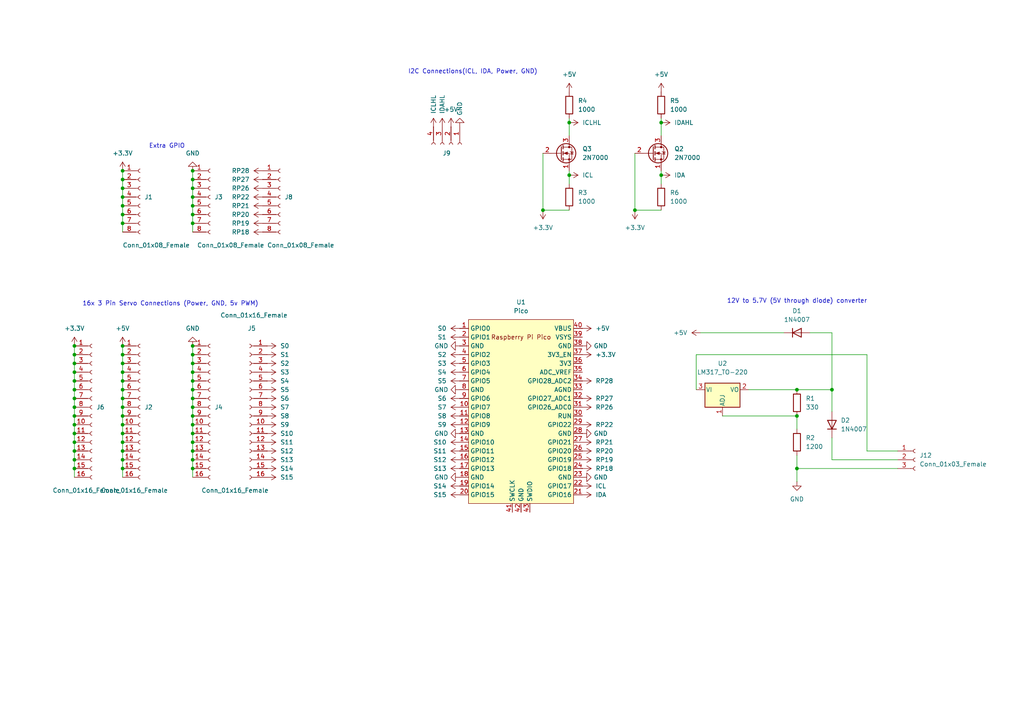
<source format=kicad_sch>
(kicad_sch (version 20231120) (generator "eeschema") (generator_version "8.0")
  (paper "A4")
  (title_block (title "TrainNode") (date "2024-07-04") (rev "A") (company "Rewind2B4"))
  (lib_symbols
    (symbol "Connector:Conn_01x03_Female" (pin_names (offset 1.016) hide)
      (property "Reference" "J" (at 0 5.08 0))
      (property "Value" "Conn_01x03_Female" (at 0 -5.08 0))
      (symbol "Conn_01x03_Female_1_1"
        (arc (start 0 -2.032) (mid -0.5058 -2.54) (end 0 -3.048) (stroke (width 0.1524)))
        (polyline (pts (xy -1.27 -2.54) (xy -0.508 -2.54)) (stroke (width 0.1524)))
        (polyline (pts (xy -1.27 0) (xy -0.508 0)) (stroke (width 0.1524)))
        (polyline (pts (xy -1.27 2.54) (xy -0.508 2.54)) (stroke (width 0.1524)))
        (arc (start 0 0.508) (mid -0.5058 0) (end 0 -0.508) (stroke (width 0.1524)))
        (arc (start 0 3.048) (mid -0.5058 2.54) (end 0 2.032) (stroke (width 0.1524)))
        (pin passive line (at -5.08 2.54 0) (length 3.81) (name "Pin_1") (number "1"))
        (pin passive line (at -5.08 0 0) (length 3.81) (name "Pin_2") (number "2"))
        (pin passive line (at -5.08 -2.54 0) (length 3.81) (name "Pin_3") (number "3"))
      )
    )
    (symbol "Connector:Conn_01x04_Socket" (pin_names (offset 1.016) hide)
      (property "Reference" "J" (at 0 5.08 0))
      (property "Value" "Conn_01x04_Socket" (at 0 -7.62 0))
      (symbol "Conn_01x04_Socket_1_1"
        (arc (start 0 -4.572) (mid -0.5058 -5.08) (end 0 -5.588) (stroke (width 0.1524)))
        (arc (start 0 -2.032) (mid -0.5058 -2.54) (end 0 -3.048) (stroke (width 0.1524)))
        (polyline (pts (xy -1.27 -5.08) (xy -0.508 -5.08)) (stroke (width 0.1524)))
        (polyline (pts (xy -1.27 -2.54) (xy -0.508 -2.54)) (stroke (width 0.1524)))
        (polyline (pts (xy -1.27 0) (xy -0.508 0)) (stroke (width 0.1524)))
        (polyline (pts (xy -1.27 2.54) (xy -0.508 2.54)) (stroke (width 0.1524)))
        (arc (start 0 0.508) (mid -0.5058 0) (end 0 -0.508) (stroke (width 0.1524)))
        (arc (start 0 3.048) (mid -0.5058 2.54) (end 0 2.032) (stroke (width 0.1524)))
        (pin passive line (at -5.08 2.54 0) (length 3.81) (name "Pin_1") (number "1"))
        (pin passive line (at -5.08 0 0) (length 3.81) (name "Pin_2") (number "2"))
        (pin passive line (at -5.08 -2.54 0) (length 3.81) (name "Pin_3") (number "3"))
        (pin passive line (at -5.08 -5.08 0) (length 3.81) (name "Pin_4") (number "4"))
      )
    )
    (symbol "Connector:Conn_01x08_Female" (pin_names (offset 1.016) hide)
      (property "Reference" "J" (at 0 10.16 0))
      (property "Value" "Conn_01x08_Female" (at 0 -12.7 0))
      (symbol "Conn_01x08_Female_1_1"
        (arc (start 0 -9.652) (mid -0.5058 -10.16) (end 0 -10.668) (stroke (width 0.1524)))
        (arc (start 0 -7.112) (mid -0.5058 -7.62) (end 0 -8.128) (stroke (width 0.1524)))
        (arc (start 0 -4.572) (mid -0.5058 -5.08) (end 0 -5.588) (stroke (width 0.1524)))
        (arc (start 0 -2.032) (mid -0.5058 -2.54) (end 0 -3.048) (stroke (width 0.1524)))
        (polyline (pts (xy -1.27 -10.16) (xy -0.508 -10.16)) (stroke (width 0.1524)))
        (polyline (pts (xy -1.27 -7.62) (xy -0.508 -7.62)) (stroke (width 0.1524)))
        (polyline (pts (xy -1.27 -5.08) (xy -0.508 -5.08)) (stroke (width 0.1524)))
        (polyline (pts (xy -1.27 -2.54) (xy -0.508 -2.54)) (stroke (width 0.1524)))
        (polyline (pts (xy -1.27 0) (xy -0.508 0)) (stroke (width 0.1524)))
        (polyline (pts (xy -1.27 2.54) (xy -0.508 2.54)) (stroke (width 0.1524)))
        (polyline (pts (xy -1.27 5.08) (xy -0.508 5.08)) (stroke (width 0.1524)))
        (polyline (pts (xy -1.27 7.62) (xy -0.508 7.62)) (stroke (width 0.1524)))
        (arc (start 0 0.508) (mid -0.5058 0) (end 0 -0.508) (stroke (width 0.1524)))
        (arc (start 0 3.048) (mid -0.5058 2.54) (end 0 2.032) (stroke (width 0.1524)))
        (arc (start 0 5.588) (mid -0.5058 5.08) (end 0 4.572) (stroke (width 0.1524)))
        (arc (start 0 8.128) (mid -0.5058 7.62) (end 0 7.112) (stroke (width 0.1524)))
        (pin passive line (at -5.08 7.62 0) (length 3.81) (name "Pin_1") (number "1"))
        (pin passive line (at -5.08 5.08 0) (length 3.81) (name "Pin_2") (number "2"))
        (pin passive line (at -5.08 2.54 0) (length 3.81) (name "Pin_3") (number "3"))
        (pin passive line (at -5.08 0 0) (length 3.81) (name "Pin_4") (number "4"))
        (pin passive line (at -5.08 -2.54 0) (length 3.81) (name "Pin_5") (number "5"))
        (pin passive line (at -5.08 -5.08 0) (length 3.81) (name "Pin_6") (number "6"))
        (pin passive line (at -5.08 -7.62 0) (length 3.81) (name "Pin_7") (number "7"))
        (pin passive line (at -5.08 -10.16 0) (length 3.81) (name "Pin_8") (number "8"))
      )
    )
    (symbol "Connector:Conn_01x16_Female" (pin_names (offset 1.016) hide)
      (property "Reference" "J" (at 0 20.32 0))
      (property "Value" "Conn_01x16_Female" (at 0 -22.86 0))
      (symbol "Conn_01x16_Female_1_1"
        (arc (start 0 -19.812) (mid -0.5058 -20.32) (end 0 -20.828) (stroke (width 0.1524)))
        (arc (start 0 -17.272) (mid -0.5058 -17.78) (end 0 -18.288) (stroke (width 0.1524)))
        (arc (start 0 -14.732) (mid -0.5058 -15.24) (end 0 -15.748) (stroke (width 0.1524)))
        (arc (start 0 -12.192) (mid -0.5058 -12.7) (end 0 -13.208) (stroke (width 0.1524)))
        (arc (start 0 -9.652) (mid -0.5058 -10.16) (end 0 -10.668) (stroke (width 0.1524)))
        (arc (start 0 -7.112) (mid -0.5058 -7.62) (end 0 -8.128) (stroke (width 0.1524)))
        (arc (start 0 -4.572) (mid -0.5058 -5.08) (end 0 -5.588) (stroke (width 0.1524)))
        (arc (start 0 -2.032) (mid -0.5058 -2.54) (end 0 -3.048) (stroke (width 0.1524)))
        (polyline (pts (xy -1.27 -20.32) (xy -0.508 -20.32)) (stroke (width 0.1524)))
        (polyline (pts (xy -1.27 -17.78) (xy -0.508 -17.78)) (stroke (width 0.1524)))
        (polyline (pts (xy -1.27 -15.24) (xy -0.508 -15.24)) (stroke (width 0.1524)))
        (polyline (pts (xy -1.27 -12.7) (xy -0.508 -12.7)) (stroke (width 0.1524)))
        (polyline (pts (xy -1.27 -10.16) (xy -0.508 -10.16)) (stroke (width 0.1524)))
        (polyline (pts (xy -1.27 -7.62) (xy -0.508 -7.62)) (stroke (width 0.1524)))
        (polyline (pts (xy -1.27 -5.08) (xy -0.508 -5.08)) (stroke (width 0.1524)))
        (polyline (pts (xy -1.27 -2.54) (xy -0.508 -2.54)) (stroke (width 0.1524)))
        (polyline (pts (xy -1.27 0) (xy -0.508 0)) (stroke (width 0.1524)))
        (polyline (pts (xy -1.27 2.54) (xy -0.508 2.54)) (stroke (width 0.1524)))
        (polyline (pts (xy -1.27 5.08) (xy -0.508 5.08)) (stroke (width 0.1524)))
        (polyline (pts (xy -1.27 7.62) (xy -0.508 7.62)) (stroke (width 0.1524)))
        (polyline (pts (xy -1.27 10.16) (xy -0.508 10.16)) (stroke (width 0.1524)))
        (polyline (pts (xy -1.27 12.7) (xy -0.508 12.7)) (stroke (width 0.1524)))
        (polyline (pts (xy -1.27 15.24) (xy -0.508 15.24)) (stroke (width 0.1524)))
        (polyline (pts (xy -1.27 17.78) (xy -0.508 17.78)) (stroke (width 0.1524)))
        (arc (start 0 0.508) (mid -0.5058 0) (end 0 -0.508) (stroke (width 0.1524)))
        (arc (start 0 3.048) (mid -0.5058 2.54) (end 0 2.032) (stroke (width 0.1524)))
        (arc (start 0 5.588) (mid -0.5058 5.08) (end 0 4.572) (stroke (width 0.1524)))
        (arc (start 0 8.128) (mid -0.5058 7.62) (end 0 7.112) (stroke (width 0.1524)))
        (arc (start 0 10.668) (mid -0.5058 10.16) (end 0 9.652) (stroke (width 0.1524)))
        (arc (start 0 13.208) (mid -0.5058 12.7) (end 0 12.192) (stroke (width 0.1524)))
        (arc (start 0 15.748) (mid -0.5058 15.24) (end 0 14.732) (stroke (width 0.1524)))
        (arc (start 0 18.288) (mid -0.5058 17.78) (end 0 17.272) (stroke (width 0.1524)))
        (pin passive line (at -5.08 17.78 0) (length 3.81) (name "Pin_1") (number "1"))
        (pin passive line (at -5.08 -5.08 0) (length 3.81) (name "Pin_10") (number "10"))
        (pin passive line (at -5.08 -7.62 0) (length 3.81) (name "Pin_11") (number "11"))
        (pin passive line (at -5.08 -10.16 0) (length 3.81) (name "Pin_12") (number "12"))
        (pin passive line (at -5.08 -12.7 0) (length 3.81) (name "Pin_13") (number "13"))
        (pin passive line (at -5.08 -15.24 0) (length 3.81) (name "Pin_14") (number "14"))
        (pin passive line (at -5.08 -17.78 0) (length 3.81) (name "Pin_15") (number "15"))
        (pin passive line (at -5.08 -20.32 0) (length 3.81) (name "Pin_16") (number "16"))
        (pin passive line (at -5.08 15.24 0) (length 3.81) (name "Pin_2") (number "2"))
        (pin passive line (at -5.08 12.7 0) (length 3.81) (name "Pin_3") (number "3"))
        (pin passive line (at -5.08 10.16 0) (length 3.81) (name "Pin_4") (number "4"))
        (pin passive line (at -5.08 7.62 0) (length 3.81) (name "Pin_5") (number "5"))
        (pin passive line (at -5.08 5.08 0) (length 3.81) (name "Pin_6") (number "6"))
        (pin passive line (at -5.08 2.54 0) (length 3.81) (name "Pin_7") (number "7"))
        (pin passive line (at -5.08 0 0) (length 3.81) (name "Pin_8") (number "8"))
        (pin passive line (at -5.08 -2.54 0) (length 3.81) (name "Pin_9") (number "9"))
      )
    )
    (symbol "Device:R" (pin_numbers hide) (pin_names (offset 0))
      (property "Reference" "R" (at 2.032 0 90))
      (property "Value" "R" (at 0 0 90))
      (symbol "R_0_1"
        (rectangle (start -1.016 -2.54) (end 1.016 2.54) (stroke (width 0.254)))
      )
      (symbol "R_1_1"
        (pin passive line (at 0 3.81 270) (length 1.27) (name "~") (number "1"))
        (pin passive line (at 0 -3.81 90) (length 1.27) (name "~") (number "2"))
      )
    )
    (symbol "Diode:1N4007" (pin_numbers hide) (pin_names (offset 1.016) hide)
      (property "Reference" "D" (at 0 2.54 0))
      (property "Value" "1N4007" (at 0 -2.54 0))
      (symbol "1N4007_0_1"
        (polyline (pts (xy -1.27 1.27) (xy -1.27 -1.27)) (stroke (width 0.254)))
        (polyline (pts (xy 1.27 0) (xy -1.27 0)))
        (polyline (pts (xy 1.27 1.27) (xy 1.27 -1.27) (xy -1.27 0) (xy 1.27 1.27)) (stroke (width 0.254)))
      )
      (symbol "1N4007_1_1"
        (pin passive line (at -3.81 0 0) (length 2.54) (name "K") (number "1"))
        (pin passive line (at 3.81 0 180) (length 2.54) (name "A") (number "2"))
      )
    )
    (symbol "MCU_RaspberryPi_and_Boards:Pico"
      (property "Reference" "U" (at -13.97 27.94 0))
      (property "Value" "Pico" (at 0 19.05 0))
      (symbol "Pico_0_0"
        (text "Raspberry Pi Pico" (at 0 21.59 0) (effects (font (size 1.27 1.27))))
      )
      (symbol "Pico_0_1"
        (rectangle (start -15.24 26.67) (end 15.24 -26.67) (fill (type background)))
      )
      (symbol "Pico_1_1"
        (pin bidirectional line (at -17.78 24.13 0) (length 2.54) (name "GPIO0") (number "1"))
        (pin bidirectional line (at -17.78 1.27 0) (length 2.54) (name "GPIO7") (number "10"))
        (pin bidirectional line (at -17.78 -1.27 0) (length 2.54) (name "GPIO8") (number "11"))
        (pin bidirectional line (at -17.78 -3.81 0) (length 2.54) (name "GPIO9") (number "12"))
        (pin power_in line (at -17.78 -6.35 0) (length 2.54) (name "GND") (number "13"))
        (pin bidirectional line (at -17.78 -8.89 0) (length 2.54) (name "GPIO10") (number "14"))
        (pin bidirectional line (at -17.78 -11.43 0) (length 2.54) (name "GPIO11") (number "15"))
        (pin bidirectional line (at -17.78 -13.97 0) (length 2.54) (name "GPIO12") (number "16"))
        (pin bidirectional line (at -17.78 -16.51 0) (length 2.54) (name "GPIO13") (number "17"))
        (pin power_in line (at -17.78 -19.05 0) (length 2.54) (name "GND") (number "18"))
        (pin bidirectional line (at -17.78 -21.59 0) (length 2.54) (name "GPIO14") (number "19"))
        (pin bidirectional line (at -17.78 21.59 0) (length 2.54) (name "GPIO1") (number "2"))
        (pin bidirectional line (at -17.78 -24.13 0) (length 2.54) (name "GPIO15") (number "20"))
        (pin bidirectional line (at 17.78 -24.13 180) (length 2.54) (name "GPIO16") (number "21"))
        (pin bidirectional line (at 17.78 -21.59 180) (length 2.54) (name "GPIO17") (number "22"))
        (pin power_in line (at 17.78 -19.05 180) (length 2.54) (name "GND") (number "23"))
        (pin bidirectional line (at 17.78 -16.51 180) (length 2.54) (name "GPIO18") (number "24"))
        (pin bidirectional line (at 17.78 -13.97 180) (length 2.54) (name "GPIO19") (number "25"))
        (pin bidirectional line (at 17.78 -11.43 180) (length 2.54) (name "GPIO20") (number "26"))
        (pin bidirectional line (at 17.78 -8.89 180) (length 2.54) (name "GPIO21") (number "27"))
        (pin power_in line (at 17.78 -6.35 180) (length 2.54) (name "GND") (number "28"))
        (pin bidirectional line (at 17.78 -3.81 180) (length 2.54) (name "GPIO22") (number "29"))
        (pin power_in line (at -17.78 19.05 0) (length 2.54) (name "GND") (number "3"))
        (pin input line (at 17.78 -1.27 180) (length 2.54) (name "RUN") (number "30"))
        (pin bidirectional line (at 17.78 1.27 180) (length 2.54) (name "GPIO26_ADC0") (number "31"))
        (pin bidirectional line (at 17.78 3.81 180) (length 2.54) (name "GPIO27_ADC1") (number "32"))
        (pin power_in line (at 17.78 6.35 180) (length 2.54) (name "AGND") (number "33"))
        (pin bidirectional line (at 17.78 8.89 180) (length 2.54) (name "GPIO28_ADC2") (number "34"))
        (pin power_in line (at 17.78 11.43 180) (length 2.54) (name "ADC_VREF") (number "35"))
        (pin power_in line (at 17.78 13.97 180) (length 2.54) (name "3V3") (number "36"))
        (pin input line (at 17.78 16.51 180) (length 2.54) (name "3V3_EN") (number "37"))
        (pin bidirectional line (at 17.78 19.05 180) (length 2.54) (name "GND") (number "38"))
        (pin power_in line (at 17.78 21.59 180) (length 2.54) (name "VSYS") (number "39"))
        (pin bidirectional line (at -17.78 16.51 0) (length 2.54) (name "GPIO2") (number "4"))
        (pin power_in line (at 17.78 24.13 180) (length 2.54) (name "VBUS") (number "40"))
        (pin input line (at -2.54 -29.21 90) (length 2.54) (name "SWCLK") (number "41"))
        (pin power_in line (at 0 -29.21 90) (length 2.54) (name "GND") (number "42"))
        (pin bidirectional line (at 2.54 -29.21 90) (length 2.54) (name "SWDIO") (number "43"))
        (pin bidirectional line (at -17.78 13.97 0) (length 2.54) (name "GPIO3") (number "5"))
        (pin bidirectional line (at -17.78 11.43 0) (length 2.54) (name "GPIO4") (number "6"))
        (pin bidirectional line (at -17.78 8.89 0) (length 2.54) (name "GPIO5") (number "7"))
        (pin power_in line (at -17.78 6.35 0) (length 2.54) (name "GND") (number "8"))
        (pin bidirectional line (at -17.78 3.81 0) (length 2.54) (name "GPIO6") (number "9"))
      )
    )
    (symbol "Regulator_Linear:LM317_TO-220" (pin_names (offset 0.254))
      (property "Reference" "U" (at -3.81 3.175 0))
      (property "Value" "LM317_TO-220" (at 0 3.175 0))
      (symbol "LM317_TO-220_0_1"
        (rectangle (start -5.08 1.905) (end 5.08 -5.08) (stroke (width 0.254)) (fill (type background)))
      )
      (symbol "LM317_TO-220_1_1"
        (pin input line (at 0 -7.62 90) (length 2.54) (name "ADJ") (number "1"))
        (pin power_out line (at 7.62 0 180) (length 2.54) (name "VO") (number "2"))
        (pin power_in line (at -7.62 0 0) (length 2.54) (name "VI") (number "3"))
      )
    )
    (symbol "Transistor_FET:2N7000" (pin_names hide)
      (property "Reference" "Q" (at 5.08 1.905 0))
      (property "Value" "2N7000" (at 5.08 0 0))
      (symbol "2N7000_0_1"
        (polyline (pts (xy 0.254 0) (xy -2.54 0)))
        (polyline (pts (xy 0.254 1.905) (xy 0.254 -1.905)) (stroke (width 0.254)))
        (polyline (pts (xy 0.762 -1.27) (xy 0.762 -2.286)) (stroke (width 0.254)))
        (polyline (pts (xy 0.762 0.508) (xy 0.762 -0.508)) (stroke (width 0.254)))
        (polyline (pts (xy 0.762 2.286) (xy 0.762 1.27)) (stroke (width 0.254)))
        (polyline (pts (xy 2.54 2.54) (xy 2.54 1.778)))
        (polyline (pts (xy 2.54 -2.54) (xy 2.54 0) (xy 0.762 0)))
        (polyline (pts (xy 0.762 -1.778) (xy 3.302 -1.778) (xy 3.302 1.778) (xy 0.762 1.778)))
        (polyline (pts (xy 1.016 0) (xy 2.032 0.381) (xy 2.032 -0.381) (xy 1.016 0)) (fill (type outline)))
        (polyline (pts (xy 2.794 0.508) (xy 2.921 0.381) (xy 3.683 0.381) (xy 3.81 0.254)))
        (polyline (pts (xy 3.302 0.381) (xy 2.921 -0.254) (xy 3.683 -0.254) (xy 3.302 0.381)))
        (circle (center 1.651 0) (radius 2.794) (stroke (width 0.254)))
        (circle (center 2.54 -1.778) (radius 0.254) (fill (type outline)))
        (circle (center 2.54 1.778) (radius 0.254) (fill (type outline)))
      )
      (symbol "2N7000_1_1"
        (pin passive line (at 2.54 -5.08 90) (length 2.54) (name "S") (number "1"))
        (pin input line (at -5.08 0 0) (length 2.54) (name "G") (number "2"))
        (pin passive line (at 2.54 5.08 270) (length 2.54) (name "D") (number "3"))
      )
    )
    (symbol "power:+3.3V" (power) (pin_numbers hide) (pin_names (offset 0) hide)
      (property "Value" "+3.3V" (at 0 3.556 0))
      (symbol "+3.3V_0_1"
        (polyline (pts (xy -0.762 1.27) (xy 0 2.54)))
        (polyline (pts (xy 0 0) (xy 0 2.54)))
        (polyline (pts (xy 0 2.54) (xy 0.762 1.27)))
      )
      (symbol "+3.3V_1_1"
        (pin power_in line (at 0 0 90) (length 0) (name "~") (number "1"))
      )
    )
    (symbol "power:+5V" (power) (pin_numbers hide) (pin_names (offset 0) hide)
      (property "Value" "+5V" (at 0 3.556 0))
      (symbol "+5V_0_1"
        (polyline (pts (xy -0.762 1.27) (xy 0 2.54)))
        (polyline (pts (xy 0 0) (xy 0 2.54)))
        (polyline (pts (xy 0 2.54) (xy 0.762 1.27)))
      )
      (symbol "+5V_1_1"
        (pin power_in line (at 0 0 90) (length 0) (name "~") (number "1"))
      )
    )
    (symbol "power:GND" (power) (pin_numbers hide) (pin_names (offset 0) hide)
      (property "Value" "GND" (at 0 -3.81 0))
      (symbol "GND_0_1"
        (polyline (pts (xy 0 0) (xy 0 -1.27) (xy 1.27 -1.27) (xy 0 -2.54) (xy -1.27 -1.27) (xy 0 -1.27)))
      )
      (symbol "GND_1_1"
        (pin power_in line (at 0 0 270) (length 0) (name "~") (number "1"))
      )
    )
  )
  (junction (at 21.59 123.19))
  (junction (at 55.88 135.89))
  (junction (at 231.14 135.89))
  (junction (at 55.88 113.03))
  (junction (at 55.88 102.87))
  (junction (at 35.56 64.77))
  (junction (at 21.59 110.49))
  (junction (at 35.56 105.41))
  (junction (at 21.59 102.87))
  (junction (at 231.14 113.03))
  (junction (at 35.56 133.35))
  (junction (at 55.88 49.53))
  (junction (at 55.88 128.27))
  (junction (at 165.1 35.56))
  (junction (at 21.59 115.57))
  (junction (at 35.56 110.49))
  (junction (at 21.59 113.03))
  (junction (at 35.56 107.95))
  (junction (at 21.59 133.35))
  (junction (at 35.56 128.27))
  (junction (at 55.88 123.19))
  (junction (at 21.59 107.95))
  (junction (at 157.48 60.96))
  (junction (at 21.59 128.27))
  (junction (at 35.56 100.33))
  (junction (at 241.3 113.03))
  (junction (at 21.59 130.81))
  (junction (at 55.88 110.49))
  (junction (at 35.56 62.23))
  (junction (at 35.56 125.73))
  (junction (at 55.88 115.57))
  (junction (at 191.77 50.8))
  (junction (at 35.56 52.07))
  (junction (at 165.1 50.8))
  (junction (at 35.56 115.57))
  (junction (at 21.59 120.65))
  (junction (at 21.59 135.89))
  (junction (at 55.88 52.07))
  (junction (at 35.56 135.89))
  (junction (at 55.88 57.15))
  (junction (at 35.56 49.53))
  (junction (at 35.56 102.87))
  (junction (at 21.59 100.33))
  (junction (at 35.56 123.19))
  (junction (at 184.15 60.96))
  (junction (at 231.14 120.65))
  (junction (at 55.88 100.33))
  (junction (at 55.88 125.73))
  (junction (at 35.56 118.11))
  (junction (at 55.88 59.69))
  (junction (at 35.56 130.81))
  (junction (at 21.59 125.73))
  (junction (at 21.59 105.41))
  (junction (at 35.56 120.65))
  (junction (at 35.56 59.69))
  (junction (at 35.56 57.15))
  (junction (at 21.59 118.11))
  (junction (at 55.88 54.61))
  (junction (at 35.56 54.61))
  (junction (at 35.56 113.03))
  (junction (at 55.88 120.65))
  (junction (at 55.88 118.11))
  (junction (at 55.88 130.81))
  (junction (at 191.77 35.56))
  (junction (at 55.88 107.95))
  (junction (at 55.88 64.77))
  (junction (at 55.88 133.35))
  (junction (at 55.88 105.41))
  (junction (at 55.88 62.23))
  (wire (pts (xy 165.1 35.56) (xy 165.1 39.37)))
  (wire (pts (xy 35.56 107.95) (xy 35.56 110.49)))
  (wire (pts (xy 231.14 139.7) (xy 231.14 135.89)))
  (wire (pts (xy 21.59 110.49) (xy 21.59 113.03)))
  (wire (pts (xy 241.3 113.03) (xy 231.14 113.03)))
  (wire (pts (xy 231.14 132.08) (xy 231.14 135.89)))
  (wire (pts (xy 35.56 57.15) (xy 35.56 59.69)))
  (wire (pts (xy 21.59 128.27) (xy 21.59 130.81)))
  (wire (pts (xy 260.35 135.89) (xy 231.14 135.89)))
  (wire (pts (xy 191.77 35.56) (xy 191.77 39.37)))
  (wire (pts (xy 191.77 60.96) (xy 184.15 60.96)))
  (wire (pts (xy 165.1 60.96) (xy 157.48 60.96)))
  (wire (pts (xy 35.56 52.07) (xy 35.56 54.61)))
  (wire (pts (xy 209.55 120.65) (xy 231.14 120.65)))
  (wire (pts (xy 35.56 59.69) (xy 35.56 62.23)))
  (wire (pts (xy 191.77 50.8) (xy 191.77 53.34)))
  (wire (pts (xy 21.59 102.87) (xy 21.59 105.41)))
  (wire (pts (xy 35.56 49.53) (xy 35.56 52.07)))
  (wire (pts (xy 184.15 60.96) (xy 184.15 44.45)))
  (wire (pts (xy 55.88 135.89) (xy 55.88 138.43)))
  (wire (pts (xy 21.59 115.57) (xy 21.59 118.11)))
  (wire (pts (xy 55.88 105.41) (xy 55.88 107.95)))
  (wire (pts (xy 201.93 113.03) (xy 201.93 102.87)))
  (wire (pts (xy 35.56 64.77) (xy 35.56 67.31)))
  (wire (pts (xy 201.93 102.87) (xy 251.46 102.87)))
  (wire (pts (xy 55.88 64.77) (xy 55.88 67.31)))
  (wire (pts (xy 55.88 125.73) (xy 55.88 128.27)))
  (wire (pts (xy 35.56 125.73) (xy 35.56 128.27)))
  (wire (pts (xy 21.59 105.41) (xy 21.59 107.95)))
  (wire (pts (xy 35.56 113.03) (xy 35.56 115.57)))
  (wire (pts (xy 260.35 133.35) (xy 241.3 133.35)))
  (wire (pts (xy 21.59 118.11) (xy 21.59 120.65)))
  (wire (pts (xy 165.1 49.53) (xy 165.1 50.8)))
  (wire (pts (xy 251.46 130.81) (xy 260.35 130.81)))
  (wire (pts (xy 21.59 120.65) (xy 21.59 123.19)))
  (wire (pts (xy 35.56 120.65) (xy 35.56 123.19)))
  (wire (pts (xy 35.56 54.61) (xy 35.56 57.15)))
  (wire (pts (xy 21.59 130.81) (xy 21.59 133.35)))
  (wire (pts (xy 231.14 120.65) (xy 231.14 124.46)))
  (wire (pts (xy 21.59 125.73) (xy 21.59 128.27)))
  (wire (pts (xy 35.56 130.81) (xy 35.56 133.35)))
  (wire (pts (xy 55.88 59.69) (xy 55.88 62.23)))
  (wire (pts (xy 35.56 100.33) (xy 35.56 102.87)))
  (wire (pts (xy 21.59 133.35) (xy 21.59 135.89)))
  (wire (pts (xy 241.3 127) (xy 241.3 133.35)))
  (wire (pts (xy 203.2 96.52) (xy 227.33 96.52)))
  (wire (pts (xy 35.56 110.49) (xy 35.56 113.03)))
  (wire (pts (xy 55.88 128.27) (xy 55.88 130.81)))
  (wire (pts (xy 251.46 102.87) (xy 251.46 130.81)))
  (wire (pts (xy 165.1 34.29) (xy 165.1 35.56)))
  (wire (pts (xy 55.88 133.35) (xy 55.88 135.89)))
  (wire (pts (xy 55.88 62.23) (xy 55.88 64.77)))
  (wire (pts (xy 21.59 107.95) (xy 21.59 110.49)))
  (wire (pts (xy 35.56 118.11) (xy 35.56 120.65)))
  (wire (pts (xy 55.88 123.19) (xy 55.88 125.73)))
  (wire (pts (xy 35.56 115.57) (xy 35.56 118.11)))
  (wire (pts (xy 21.59 113.03) (xy 21.59 115.57)))
  (wire (pts (xy 21.59 100.33) (xy 21.59 102.87)))
  (wire (pts (xy 55.88 115.57) (xy 55.88 118.11)))
  (wire (pts (xy 55.88 110.49) (xy 55.88 113.03)))
  (wire (pts (xy 55.88 107.95) (xy 55.88 110.49)))
  (wire (pts (xy 35.56 135.89) (xy 35.56 138.43)))
  (wire (pts (xy 55.88 130.81) (xy 55.88 133.35)))
  (wire (pts (xy 217.17 113.03) (xy 231.14 113.03)))
  (wire (pts (xy 241.3 113.03) (xy 241.3 119.38)))
  (wire (pts (xy 21.59 135.89) (xy 21.59 138.43)))
  (wire (pts (xy 35.56 105.41) (xy 35.56 107.95)))
  (wire (pts (xy 35.56 62.23) (xy 35.56 64.77)))
  (wire (pts (xy 35.56 123.19) (xy 35.56 125.73)))
  (wire (pts (xy 234.95 96.52) (xy 241.3 96.52)))
  (wire (pts (xy 165.1 50.8) (xy 165.1 53.34)))
  (wire (pts (xy 55.88 100.33) (xy 55.88 102.87)))
  (wire (pts (xy 35.56 102.87) (xy 35.56 105.41)))
  (wire (pts (xy 191.77 34.29) (xy 191.77 35.56)))
  (wire (pts (xy 241.3 96.52) (xy 241.3 113.03)))
  (wire (pts (xy 55.88 113.03) (xy 55.88 115.57)))
  (wire (pts (xy 55.88 120.65) (xy 55.88 123.19)))
  (wire (pts (xy 35.56 133.35) (xy 35.56 135.89)))
  (wire (pts (xy 55.88 118.11) (xy 55.88 120.65)))
  (wire (pts (xy 55.88 49.53) (xy 55.88 52.07)))
  (wire (pts (xy 21.59 123.19) (xy 21.59 125.73)))
  (wire (pts (xy 55.88 102.87) (xy 55.88 105.41)))
  (wire (pts (xy 55.88 52.07) (xy 55.88 54.61)))
  (wire (pts (xy 191.77 49.53) (xy 191.77 50.8)))
  (wire (pts (xy 35.56 128.27) (xy 35.56 130.81)))
  (wire (pts (xy 157.48 60.96) (xy 157.48 44.45)))
  (wire (pts (xy 55.88 54.61) (xy 55.88 57.15)))
  (wire (pts (xy 55.88 57.15) (xy 55.88 59.69)))
  (text "Extra GPIO" (at 43.18 43.18 0) (effects (font (size 1.27 1.27)) (justify left bottom)))
  (text "I2C Connections(ICL, IDA, Power, GND)" (at 118.364 21.59 0) (effects (font (size 1.27 1.27)) (justify left bottom)))
  (text "12V to 5.7V (5V through diode) converter" (at 210.82 88.138 0) (effects (font (size 1.27 1.27)) (justify left bottom)))
  (text "16x 3 Pin Servo Connections (Power, GND, 5v PWM)\n" (at 23.876 88.9 0) (effects (font (size 1.27 1.27)) (justify left bottom)))
  (symbol (lib_id "power:+5V") (at 77.47 123.19 270) (unit 1)
    (property "Reference" "#PWR057" (effects (hide yes)))
    (property "Value" "S9" (at 81.28 123.1899 90) (effects (justify left)))
    (property "Description" "Power symbol creates a global label with name \"+5V\"" (effects (hide yes)))
  )
  (symbol (lib_id "power:+5V") (at 77.47 118.11 270) (unit 1)
    (property "Reference" "#PWR055" (effects (hide yes)))
    (property "Value" "S7" (at 81.28 118.1099 90) (effects (justify left)))
    (property "Description" "Power symbol creates a global label with name \"+5V\"" (effects (hide yes)))
  )
  (symbol (lib_id "Device:R") (at 191.77 30.48 0) (unit 1)
    (property "Reference" "R5" (at 194.31 29.2099 0) (effects (justify left)))
    (property "Value" "1000" (at 194.31 31.7499 0) (effects (justify left)))
    (property "Footprint" "Resistor_SMD:R_0603_1608Metric" (effects (hide yes)))
  )
  (symbol (lib_id "power:+5V") (at 133.35 110.49 90) (unit 1)
    (property "Reference" "#PWR037" (effects (hide yes)))
    (property "Value" "S5" (at 129.54 110.4899 90) (effects (justify left)))
    (property "Description" "Power symbol creates a global label with name \"+5V\"" (effects (hide yes)))
  )
  (symbol (lib_id "power:GND") (at 55.88 49.53 180) (unit 1)
    (property "Reference" "#PWR01" (effects (hide yes)))
    (property "Value" "GND" (at 55.88 44.45 0))
    (property "Description" "Power symbol creates a global label with name \"GND\" , ground" (effects (hide yes)))
  )
  (symbol (lib_id "power:+5V") (at 133.35 97.79 90) (unit 1)
    (property "Reference" "#PWR048" (effects (hide yes)))
    (property "Value" "S1" (at 129.54 97.7899 90) (effects (justify left)))
    (property "Description" "Power symbol creates a global label with name \"+5V\"" (effects (hide yes)))
  )
  (symbol (lib_id "power:+5V") (at 168.91 123.19 270) (unit 1)
    (property "Reference" "#PWR069" (effects (hide yes)))
    (property "Value" "RP22" (at 172.72 123.1899 90) (effects (justify left)))
    (property "Description" "Power symbol creates a global label with name \"+5V\"" (effects (hide yes)))
  )
  (symbol (lib_id "power:+5V") (at 35.56 100.33 0) (unit 1)
    (property "Reference" "#PWR08" (effects (hide yes)))
    (property "Value" "+5V" (at 35.56 95.25 0))
    (property "Description" "Power symbol creates a global label with name \"+5V\"" (effects (hide yes)))
  )
  (symbol (lib_id "power:+5V") (at 77.47 120.65 270) (unit 1)
    (property "Reference" "#PWR056" (effects (hide yes)))
    (property "Value" "S8" (at 81.28 120.6499 90) (effects (justify left)))
    (property "Description" "Power symbol creates a global label with name \"+5V\"" (effects (hide yes)))
  )
  (symbol (lib_id "power:+5V") (at 77.47 115.57 270) (unit 1)
    (property "Reference" "#PWR054" (effects (hide yes)))
    (property "Value" "S6" (at 81.28 115.5699 90) (effects (justify left)))
    (property "Description" "Power symbol creates a global label with name \"+5V\"" (effects (hide yes)))
  )
  (symbol (lib_id "power:+3.3V") (at 168.91 140.97 270) (unit 1)
    (property "Reference" "#PWR011" (effects (hide yes)))
    (property "Value" "ICL" (at 172.72 140.9699 90) (effects (justify left)))
    (property "Description" "Power symbol creates a global label with name \"+3.3V\"" (effects (hide yes)))
  )
  (symbol (lib_id "Connector:Conn_01x16_Female") (at 60.96 118.11 0) (unit 1)
    (property "Reference" "J4" (at 62.23 118.1099 0) (effects (justify left)))
    (property "Value" "Conn_01x16_Female" (at 58.42 142.24 0) (effects (justify left)))
    (property "Footprint" "Connector_PinHeader_2.54mm:PinHeader_1x16_P2.54mm_Vertical" (effects (hide yes)))
  )
  (symbol (lib_id "Connector:Conn_01x08_Female") (at 40.64 57.15 0) (unit 1)
    (property "Reference" "J1" (at 41.91 57.1499 0) (effects (justify left)))
    (property "Value" "Conn_01x08_Female" (at 35.56 71.12 0) (effects (justify left)))
    (property "Footprint" "Connector_PinHeader_2.54mm:PinHeader_1x08_P2.54mm_Vertical" (effects (hide yes)))
  )
  (symbol (lib_id "power:+3.3V") (at 168.91 143.51 270) (unit 1)
    (property "Reference" "#PWR012" (effects (hide yes)))
    (property "Value" "IDA" (at 172.72 143.5099 90) (effects (justify left)))
    (property "Description" "Power symbol creates a global label with name \"+3.3V\"" (effects (hide yes)))
  )
  (symbol (lib_id "power:+5V") (at 133.35 140.97 90) (unit 1)
    (property "Reference" "#PWR046" (effects (hide yes)))
    (property "Value" "S14" (at 129.54 140.9699 90) (effects (justify left)))
    (property "Description" "Power symbol creates a global label with name \"+5V\"" (effects (hide yes)))
  )
  (symbol (lib_id "power:+3.3V") (at 191.77 35.56 270) (unit 1)
    (property "Reference" "#PWR083" (effects (hide yes)))
    (property "Value" "IDAHL" (at 195.58 35.5599 90) (effects (justify left)))
    (property "Description" "Power symbol creates a global label with name \"+3.3V\"" (effects (hide yes)))
  )
  (symbol (lib_id "power:+5V") (at 76.2 59.69 90) (unit 1)
    (property "Reference" "#PWR077" (effects (hide yes)))
    (property "Value" "RP21" (at 72.39 59.6899 90) (effects (justify left)))
    (property "Description" "Power symbol creates a global label with name \"+5V\"" (effects (hide yes)))
  )
  (symbol (lib_id "Connector:Conn_01x16_Female") (at 72.39 118.11 0) (mirror y) (unit 1)
    (property "Reference" "J5" (at 73.025 95.25 0))
    (property "Value" "Conn_01x16_Female" (at 73.66 91.44 0))
    (property "Footprint" "Connector_PinHeader_2.54mm:PinHeader_1x16_P2.54mm_Vertical" (effects (hide yes)))
  )
  (symbol (lib_id "power:+5V") (at 133.35 133.35 90) (unit 1)
    (property "Reference" "#PWR044" (effects (hide yes)))
    (property "Value" "S12" (at 129.54 133.3499 90) (effects (justify left)))
    (property "Description" "Power symbol creates a global label with name \"+5V\"" (effects (hide yes)))
  )
  (symbol (lib_id "Connector:Conn_01x08_Female") (at 81.28 57.15 0) (unit 1)
    (property "Reference" "J8" (at 82.55 57.1499 0) (effects (justify left)))
    (property "Value" "Conn_01x08_Female" (at 77.47 71.12 0) (effects (justify left)))
    (property "Footprint" "Connector_PinHeader_2.54mm:PinHeader_1x08_P2.54mm_Vertical" (effects (hide yes)))
  )
  (symbol (lib_id "power:GND") (at 133.35 125.73 270) (unit 1)
    (property "Reference" "#PWR022" (effects (hide yes)))
    (property "Value" "GND" (at 128.016 125.73 90))
    (property "Description" "Power symbol creates a global label with name \"GND\" , ground" (effects (hide yes)))
  )
  (symbol (lib_id "power:+3.3V") (at 35.56 49.53 0) (unit 1)
    (property "Reference" "#PWR010" (effects (hide yes)))
    (property "Value" "+3.3V" (at 35.56 44.45 0))
    (property "Description" "Power symbol creates a global label with name \"+3.3V\"" (effects (hide yes)))
  )
  (symbol (lib_id "Regulator_Linear:LM317_TO-220") (at 209.55 113.03 0) (unit 1)
    (property "Reference" "U2" (at 209.55 105.41 0))
    (property "Value" "LM317_TO-220" (at 209.55 107.95 0))
    (property "Footprint" "Package_TO_SOT_THT:TO-220-3_Vertical" (effects (hide yes)))
    (property "Datasheet" "http://www.ti.com/lit/ds/symlink/lm317.pdf" (effects (hide yes)))
  )
  (symbol (lib_id "power:+5V") (at 168.91 95.25 270) (unit 1)
    (property "Reference" "#PWR07" (effects (hide yes)))
    (property "Value" "+5V" (at 172.72 95.2499 90) (effects (justify left)))
    (property "Description" "Power symbol creates a global label with name \"+5V\"" (effects (hide yes)))
  )
  (symbol (lib_id "Device:R") (at 165.1 57.15 0) (unit 1)
    (property "Reference" "R3" (at 167.64 55.8799 0) (effects (justify left)))
    (property "Value" "1000" (at 167.64 58.4199 0) (effects (justify left)))
    (property "Footprint" "Resistor_SMD:R_0603_1608Metric" (effects (hide yes)))
  )
  (symbol (lib_id "power:+5V") (at 77.47 107.95 270) (unit 1)
    (property "Reference" "#PWR052" (effects (hide yes)))
    (property "Value" "S3" (at 81.28 107.9499 90) (effects (justify left)))
    (property "Description" "Power symbol creates a global label with name \"+5V\"" (effects (hide yes)))
  )
  (symbol (lib_id "power:+5V") (at 133.35 128.27 90) (unit 1)
    (property "Reference" "#PWR042" (effects (hide yes)))
    (property "Value" "S10" (at 129.54 128.2699 90) (effects (justify left)))
    (property "Description" "Power symbol creates a global label with name \"+5V\"" (effects (hide yes)))
  )
  (symbol (lib_id "power:+5V") (at 76.2 67.31 90) (unit 1)
    (property "Reference" "#PWR080" (effects (hide yes)))
    (property "Value" "RP18" (at 72.39 67.3099 90) (effects (justify left)))
    (property "Description" "Power symbol creates a global label with name \"+5V\"" (effects (hide yes)))
  )
  (symbol (lib_id "power:+3.3V") (at 125.73 36.83 0) (unit 1)
    (property "Reference" "#PWR029" (effects (hide yes)))
    (property "Value" "ICLHL" (at 125.7299 33.02 90) (effects (justify left)))
    (property "Description" "Power symbol creates a global label with name \"+3.3V\"" (effects (hide yes)))
  )
  (symbol (lib_id "power:+5V") (at 165.1 26.67 0) (unit 1)
    (property "Reference" "#PWR081" (effects (hide yes)))
    (property "Value" "+5V" (at 165.1 21.59 0))
    (property "Description" "Power symbol creates a global label with name \"+5V\"" (effects (hide yes)))
  )
  (symbol (lib_id "power:+5V") (at 133.35 115.57 90) (unit 1)
    (property "Reference" "#PWR038" (effects (hide yes)))
    (property "Value" "S6" (at 129.54 115.5699 90) (effects (justify left)))
    (property "Description" "Power symbol creates a global label with name \"+5V\"" (effects (hide yes)))
  )
  (symbol (lib_id "power:+5V") (at 168.91 115.57 270) (unit 1)
    (property "Reference" "#PWR071" (effects (hide yes)))
    (property "Value" "RP27" (at 172.72 115.5699 90) (effects (justify left)))
    (property "Description" "Power symbol creates a global label with name \"+5V\"" (effects (hide yes)))
  )
  (symbol (lib_id "power:+5V") (at 168.91 130.81 270) (unit 1)
    (property "Reference" "#PWR067" (effects (hide yes)))
    (property "Value" "RP20" (at 172.72 130.8099 90) (effects (justify left)))
    (property "Description" "Power symbol creates a global label with name \"+5V\"" (effects (hide yes)))
  )
  (symbol (lib_id "power:GND") (at 133.35 138.43 270) (unit 1)
    (property "Reference" "#PWR021" (effects (hide yes)))
    (property "Value" "GND" (at 128.016 138.43 90))
    (property "Description" "Power symbol creates a global label with name \"GND\" , ground" (effects (hide yes)))
  )
  (symbol (lib_id "MCU_RaspberryPi_and_Boards:Pico") (at 151.13 119.38 0) (unit 1)
    (property "Reference" "U1" (at 151.13 87.63 0))
    (property "Value" "Pico" (at 151.13 90.17 0))
    (property "Footprint" "MCU_RaspberryPi_and_Boards:RPi_Pico_SMD_TH" (effects (hide yes)))
  )
  (symbol (lib_id "power:+5V") (at 133.35 130.81 90) (unit 1)
    (property "Reference" "#PWR043" (effects (hide yes)))
    (property "Value" "S11" (at 129.54 130.8099 90) (effects (justify left)))
    (property "Description" "Power symbol creates a global label with name \"+5V\"" (effects (hide yes)))
  )
  (symbol (lib_id "power:+5V") (at 76.2 54.61 90) (unit 1)
    (property "Reference" "#PWR075" (effects (hide yes)))
    (property "Value" "RP26" (at 72.39 54.6101 90) (effects (justify left)))
    (property "Description" "Power symbol creates a global label with name \"+5V\"" (effects (hide yes)))
  )
  (symbol (lib_id "power:+5V") (at 76.2 57.15 90) (unit 1)
    (property "Reference" "#PWR076" (effects (hide yes)))
    (property "Value" "RP22" (at 72.39 57.1499 90) (effects (justify left)))
    (property "Description" "Power symbol creates a global label with name \"+5V\"" (effects (hide yes)))
  )
  (symbol (lib_id "power:+5V") (at 168.91 133.35 270) (unit 1)
    (property "Reference" "#PWR066" (effects (hide yes)))
    (property "Value" "RP19" (at 172.72 133.3499 90) (effects (justify left)))
    (property "Description" "Power symbol creates a global label with name \"+5V\"" (effects (hide yes)))
  )
  (symbol (lib_id "power:+5V") (at 191.77 26.67 0) (unit 1)
    (property "Reference" "#PWR082" (effects (hide yes)))
    (property "Value" "+5V" (at 191.77 21.59 0))
    (property "Description" "Power symbol creates a global label with name \"+5V\"" (effects (hide yes)))
  )
  (symbol (lib_id "power:+3.3V") (at 21.59 100.33 0) (unit 1)
    (property "Reference" "#PWR09" (effects (hide yes)))
    (property "Value" "+3.3V" (at 21.59 95.25 0))
    (property "Description" "Power symbol creates a global label with name \"+3.3V\"" (effects (hide yes)))
  )
  (symbol (lib_id "power:+5V") (at 77.47 135.89 270) (unit 1)
    (property "Reference" "#PWR062" (effects (hide yes)))
    (property "Value" "S14" (at 81.28 135.8899 90) (effects (justify left)))
    (property "Description" "Power symbol creates a global label with name \"+5V\"" (effects (hide yes)))
  )
  (symbol (lib_id "power:GND") (at 133.35 100.33 270) (unit 1)
    (property "Reference" "#PWR024" (effects (hide yes)))
    (property "Value" "GND" (at 128.016 100.33 90))
    (property "Description" "Power symbol creates a global label with name \"GND\" , ground" (effects (hide yes)))
  )
  (symbol (lib_id "power:GND") (at 133.35 113.03 270) (unit 1)
    (property "Reference" "#PWR023" (effects (hide yes)))
    (property "Value" "GND" (at 128.016 113.03 90))
    (property "Description" "Power symbol creates a global label with name \"GND\" , ground" (effects (hide yes)))
  )
  (symbol (lib_id "power:+5V") (at 76.2 62.23 90) (unit 1)
    (property "Reference" "#PWR078" (effects (hide yes)))
    (property "Value" "RP20" (at 72.39 62.2299 90) (effects (justify left)))
    (property "Description" "Power symbol creates a global label with name \"+5V\"" (effects (hide yes)))
  )
  (symbol (lib_id "power:+5V") (at 130.81 36.83 0) (unit 1)
    (property "Reference" "#PWR035" (effects (hide yes)))
    (property "Value" "+5V" (at 130.81 31.75 0))
    (property "Description" "Power symbol creates a global label with name \"+5V\"" (effects (hide yes)))
  )
  (symbol (lib_id "Connector:Conn_01x16_Female") (at 40.64 118.11 0) (unit 1)
    (property "Reference" "J2" (at 41.91 118.1099 0) (effects (justify left)))
    (property "Value" "Conn_01x16_Female" (at 29.21 142.24 0) (effects (justify left)))
    (property "Footprint" "Connector_PinHeader_2.54mm:PinHeader_1x16_P2.54mm_Vertical" (effects (hide yes)))
  )
  (symbol (lib_id "Connector:Conn_01x04_Socket") (at 130.81 41.91 270) (unit 1)
    (property "Reference" "J9" (at 129.54 44.45 90))
    (property "Value" "Conn_01x04_Socket" (effects (hide yes)))
    (property "Footprint" "Connector_JST:JST_SH_SM04B-SRSS-TB_1x04-1MP_P1.00mm_Horizontal" (effects (hide yes)))
    (property "Description" "Generic connector, single row, 01x04, script generated" (effects (hide yes)))
  )
  (symbol (lib_id "power:+5V") (at 77.47 125.73 270) (unit 1)
    (property "Reference" "#PWR058" (effects (hide yes)))
    (property "Value" "S10" (at 81.28 125.7299 90) (effects (justify left)))
    (property "Description" "Power symbol creates a global label with name \"+5V\"" (effects (hide yes)))
  )
  (symbol (lib_id "power:+5V") (at 168.91 118.11 270) (unit 1)
    (property "Reference" "#PWR070" (effects (hide yes)))
    (property "Value" "RP26" (at 172.72 118.1099 90) (effects (justify left)))
    (property "Description" "Power symbol creates a global label with name \"+5V\"" (effects (hide yes)))
  )
  (symbol (lib_id "power:+3.3V") (at 191.77 50.8 270) (unit 1)
    (property "Reference" "#PWR084" (effects (hide yes)))
    (property "Value" "IDA" (at 195.58 50.7999 90) (effects (justify left)))
    (property "Description" "Power symbol creates a global label with name \"+3.3V\"" (effects (hide yes)))
  )
  (symbol (lib_id "Transistor_FET:2N7000") (at 162.56 44.45 0) (unit 1)
    (property "Reference" "Q3" (at 168.91 43.1799 0) (effects (justify left)))
    (property "Value" "2N7000" (at 168.91 45.7199 0) (effects (justify left)))
    (property "Footprint" "Package_TO_SOT_THT:TO-92_Inline" (effects (hide yes)))
    (property "Datasheet" "https://www.vishay.com/docs/70226/70226.pdf" (effects (hide yes)))
    (property "Description" "0.2A Id, 200V Vds, N-Channel MOSFET, 2.6V Logic Level, TO-92" (effects (hide yes)))
  )
  (symbol (lib_id "Device:R") (at 191.77 57.15 0) (unit 1)
    (property "Reference" "R6" (at 194.31 55.8799 0) (effects (justify left)))
    (property "Value" "1000" (at 194.31 58.4199 0) (effects (justify left)))
    (property "Footprint" "Resistor_SMD:R_0603_1608Metric" (effects (hide yes)))
  )
  (symbol (lib_id "power:+5V") (at 133.35 118.11 90) (unit 1)
    (property "Reference" "#PWR039" (effects (hide yes)))
    (property "Value" "S7" (at 129.54 118.1099 90) (effects (justify left)))
    (property "Description" "Power symbol creates a global label with name \"+5V\"" (effects (hide yes)))
  )
  (symbol (lib_id "power:+3.3V") (at 168.91 102.87 270) (unit 1)
    (property "Reference" "#PWR013" (effects (hide yes)))
    (property "Value" "+3.3V" (at 172.72 102.8699 90) (effects (justify left)))
    (property "Description" "Power symbol creates a global label with name \"+3.3V\"" (effects (hide yes)))
  )
  (symbol (lib_id "Connector:Conn_01x16_Female") (at 26.67 118.11 0) (unit 1)
    (property "Reference" "J6" (at 27.94 118.1099 0) (effects (justify left)))
    (property "Value" "Conn_01x16_Female" (at 15.24 142.24 0) (effects (justify left)))
    (property "Footprint" "Connector_PinHeader_2.54mm:PinHeader_1x16_P2.54mm_Vertical" (effects (hide yes)))
  )
  (symbol (lib_id "power:+5V") (at 77.47 110.49 270) (unit 1)
    (property "Reference" "#PWR064" (effects (hide yes)))
    (property "Value" "S4" (at 81.28 110.4899 90) (effects (justify left)))
    (property "Description" "Power symbol creates a global label with name \"+5V\"" (effects (hide yes)))
  )
  (symbol (lib_id "power:+5V") (at 133.35 102.87 90) (unit 1)
    (property "Reference" "#PWR06" (effects (hide yes)))
    (property "Value" "S2" (at 129.54 102.8699 90) (effects (justify left)))
    (property "Description" "Power symbol creates a global label with name \"+5V\"" (effects (hide yes)))
  )
  (symbol (lib_id "power:+5V") (at 77.47 100.33 270) (unit 1)
    (property "Reference" "#PWR049" (effects (hide yes)))
    (property "Value" "S0" (at 81.28 100.3299 90) (effects (justify left)))
    (property "Description" "Power symbol creates a global label with name \"+5V\"" (effects (hide yes)))
  )
  (symbol (lib_id "power:+5V") (at 133.35 135.89 90) (unit 1)
    (property "Reference" "#PWR045" (effects (hide yes)))
    (property "Value" "S13" (at 129.54 135.8899 90) (effects (justify left)))
    (property "Description" "Power symbol creates a global label with name \"+5V\"" (effects (hide yes)))
  )
  (symbol (lib_id "power:+3.3V") (at 128.27 36.83 0) (unit 1)
    (property "Reference" "#PWR030" (effects (hide yes)))
    (property "Value" "IDAHL" (at 128.2699 33.02 90) (effects (justify left)))
    (property "Description" "Power symbol creates a global label with name \"+3.3V\"" (effects (hide yes)))
  )
  (symbol (lib_id "Transistor_FET:2N7000") (at 189.23 44.45 0) (unit 1)
    (property "Reference" "Q2" (at 195.58 43.1799 0) (effects (justify left)))
    (property "Value" "2N7000" (at 195.58 45.7199 0) (effects (justify left)))
    (property "Footprint" "Package_TO_SOT_THT:TO-92_Inline" (effects (hide yes)))
    (property "Datasheet" "https://www.vishay.com/docs/70226/70226.pdf" (effects (hide yes)))
    (property "Description" "0.2A Id, 200V Vds, N-Channel MOSFET, 2.6V Logic Level, TO-92" (effects (hide yes)))
  )
  (symbol (lib_id "power:GND") (at 133.35 36.83 180) (unit 1)
    (property "Reference" "#PWR033" (effects (hide yes)))
    (property "Value" "GND" (at 133.35 31.496 90))
    (property "Description" "Power symbol creates a global label with name \"GND\" , ground" (effects (hide yes)))
  )
  (symbol (lib_id "power:+3.3V") (at 165.1 50.8 270) (unit 1)
    (property "Reference" "#PWR014" (effects (hide yes)))
    (property "Value" "ICL" (at 168.91 50.7999 90) (effects (justify left)))
    (property "Description" "Power symbol creates a global label with name \"+3.3V\"" (effects (hide yes)))
  )
  (symbol (lib_id "power:+5V") (at 168.91 110.49 270) (unit 1)
    (property "Reference" "#PWR072" (effects (hide yes)))
    (property "Value" "RP28" (at 172.72 110.4899 90) (effects (justify left)))
    (property "Description" "Power symbol creates a global label with name \"+5V\"" (effects (hide yes)))
  )
  (symbol (lib_id "power:+5V") (at 77.47 133.35 270) (unit 1)
    (property "Reference" "#PWR061" (effects (hide yes)))
    (property "Value" "S13" (at 81.28 133.3499 90) (effects (justify left)))
    (property "Description" "Power symbol creates a global label with name \"+5V\"" (effects (hide yes)))
  )
  (symbol (lib_id "power:+5V") (at 133.35 107.95 90) (unit 1)
    (property "Reference" "#PWR028" (effects (hide yes)))
    (property "Value" "S4" (at 129.54 107.9499 90) (effects (justify left)))
    (property "Description" "Power symbol creates a global label with name \"+5V\"" (effects (hide yes)))
  )
  (symbol (lib_id "power:+5V") (at 168.91 128.27 270) (unit 1)
    (property "Reference" "#PWR068" (effects (hide yes)))
    (property "Value" "RP21" (at 172.72 128.2699 90) (effects (justify left)))
    (property "Description" "Power symbol creates a global label with name \"+5V\"" (effects (hide yes)))
  )
  (symbol (lib_id "power:+3.3V") (at 157.48 60.96 180) (unit 1)
    (property "Reference" "#PWR017" (effects (hide yes)))
    (property "Value" "+3.3V" (at 157.48 66.04 0))
    (property "Description" "Power symbol creates a global label with name \"+3.3V\"" (effects (hide yes)))
  )
  (symbol (lib_id "power:+5V") (at 77.47 130.81 270) (unit 1)
    (property "Reference" "#PWR060" (effects (hide yes)))
    (property "Value" "S12" (at 81.28 130.8099 90) (effects (justify left)))
    (property "Description" "Power symbol creates a global label with name \"+5V\"" (effects (hide yes)))
  )
  (symbol (lib_id "power:+5V") (at 77.47 105.41 270) (unit 1)
    (property "Reference" "#PWR051" (effects (hide yes)))
    (property "Value" "S2" (at 81.28 105.4099 90) (effects (justify left)))
    (property "Description" "Power symbol creates a global label with name \"+5V\"" (effects (hide yes)))
  )
  (symbol (lib_id "power:GND") (at 231.14 139.7 0) (unit 1)
    (property "Reference" "#PWR04" (effects (hide yes)))
    (property "Value" "GND" (at 231.14 144.78 0))
    (property "Description" "Power symbol creates a global label with name \"GND\" , ground" (effects (hide yes)))
  )
  (symbol (lib_id "power:GND") (at 168.91 138.43 90) (unit 1)
    (property "Reference" "#PWR019" (effects (hide yes)))
    (property "Value" "GND" (at 174.244 138.43 90))
    (property "Description" "Power symbol creates a global label with name \"GND\" , ground" (effects (hide yes)))
  )
  (symbol (lib_id "power:+5V") (at 133.35 123.19 90) (unit 1)
    (property "Reference" "#PWR041" (effects (hide yes)))
    (property "Value" "S9" (at 129.54 123.1899 90) (effects (justify left)))
    (property "Description" "Power symbol creates a global label with name \"+5V\"" (effects (hide yes)))
  )
  (symbol (lib_id "power:+5V") (at 203.2 96.52 90) (unit 1)
    (property "Reference" "#PWR018" (effects (hide yes)))
    (property "Value" "+5V" (at 199.39 96.5199 90) (effects (justify left)))
    (property "Description" "Power symbol creates a global label with name \"+5V\"" (effects (hide yes)))
  )
  (symbol (lib_id "power:GND") (at 168.91 125.73 90) (unit 1)
    (property "Reference" "#PWR020" (effects (hide yes)))
    (property "Value" "GND" (at 174.244 125.73 90))
    (property "Description" "Power symbol creates a global label with name \"GND\" , ground" (effects (hide yes)))
  )
  (symbol (lib_id "Diode:1N4007") (at 231.14 96.52 0) (unit 1)
    (property "Reference" "D1" (at 231.14 90.17 0))
    (property "Value" "1N4007" (at 231.14 92.71 0))
    (property "Footprint" "Diode_SMD:D_0603_1608Metric" (effects (hide yes)))
    (property "Datasheet" "http://www.vishay.com/docs/88503/1n4001.pdf" (effects (hide yes)))
  )
  (symbol (lib_id "Connector:Conn_01x08_Female") (at 60.96 57.15 0) (unit 1)
    (property "Reference" "J3" (at 62.23 57.1499 0) (effects (justify left)))
    (property "Value" "Conn_01x08_Female" (at 57.15 71.12 0) (effects (justify left)))
    (property "Footprint" "Connector_PinHeader_2.54mm:PinHeader_1x08_P2.54mm_Vertical" (effects (hide yes)))
  )
  (symbol (lib_id "Device:R") (at 165.1 30.48 0) (unit 1)
    (property "Reference" "R4" (at 167.64 29.2099 0) (effects (justify left)))
    (property "Value" "1000" (at 167.64 31.7499 0) (effects (justify left)))
    (property "Footprint" "Resistor_SMD:R_0603_1608Metric" (effects (hide yes)))
  )
  (symbol (lib_id "power:+5V") (at 133.35 143.51 90) (unit 1)
    (property "Reference" "#PWR047" (effects (hide yes)))
    (property "Value" "S15" (at 129.54 143.5099 90) (effects (justify left)))
    (property "Description" "Power symbol creates a global label with name \"+5V\"" (effects (hide yes)))
  )
  (symbol (lib_id "Device:R") (at 231.14 128.27 0) (unit 1)
    (property "Reference" "R2" (at 233.68 126.9999 0) (effects (justify left)))
    (property "Value" "1200" (at 233.68 129.5399 0) (effects (justify left)))
    (property "Footprint" "Resistor_SMD:R_0603_1608Metric" (effects (hide yes)))
  )
  (symbol (lib_id "Diode:1N4007") (at 241.3 123.19 90) (unit 1)
    (property "Reference" "D2" (at 243.84 121.9199 90) (effects (justify right)))
    (property "Value" "1N4007" (at 243.84 124.4599 90) (effects (justify right)))
    (property "Footprint" "Diode_SMD:D_0603_1608Metric" (effects (hide yes)))
    (property "Datasheet" "http://www.vishay.com/docs/88503/1n4001.pdf" (effects (hide yes)))
  )
  (symbol (lib_id "power:+3.3V") (at 165.1 35.56 270) (unit 1)
    (property "Reference" "#PWR025" (effects (hide yes)))
    (property "Value" "ICLHL" (at 168.91 35.5599 90) (effects (justify left)))
    (property "Description" "Power symbol creates a global label with name \"+3.3V\"" (effects (hide yes)))
  )
  (symbol (lib_id "power:+5V") (at 133.35 95.25 90) (unit 1)
    (property "Reference" "#PWR05" (effects (hide yes)))
    (property "Value" "S0" (at 129.54 95.2499 90) (effects (justify left)))
    (property "Description" "Power symbol creates a global label with name \"+5V\"" (effects (hide yes)))
  )
  (symbol (lib_id "power:+5V") (at 168.91 135.89 270) (unit 1)
    (property "Reference" "#PWR065" (effects (hide yes)))
    (property "Value" "RP18" (at 172.72 135.8899 90) (effects (justify left)))
    (property "Description" "Power symbol creates a global label with name \"+5V\"" (effects (hide yes)))
  )
  (symbol (lib_id "power:+5V") (at 76.2 52.07 90) (unit 1)
    (property "Reference" "#PWR074" (effects (hide yes)))
    (property "Value" "RP27" (at 72.39 52.0699 90) (effects (justify left)))
    (property "Description" "Power symbol creates a global label with name \"+5V\"" (effects (hide yes)))
  )
  (symbol (lib_id "power:+5V") (at 76.2 49.53 90) (unit 1)
    (property "Reference" "#PWR073" (effects (hide yes)))
    (property "Value" "RP28" (at 72.39 49.5299 90) (effects (justify left)))
    (property "Description" "Power symbol creates a global label with name \"+5V\"" (effects (hide yes)))
  )
  (symbol (lib_id "power:+5V") (at 77.47 102.87 270) (unit 1)
    (property "Reference" "#PWR050" (effects (hide yes)))
    (property "Value" "S1" (at 81.28 102.8699 90) (effects (justify left)))
    (property "Description" "Power symbol creates a global label with name \"+5V\"" (effects (hide yes)))
  )
  (symbol (lib_id "power:GND") (at 168.91 100.33 90) (unit 1)
    (property "Reference" "#PWR03" (effects (hide yes)))
    (property "Value" "GND" (at 174.244 100.33 90))
    (property "Description" "Power symbol creates a global label with name \"GND\" , ground" (effects (hide yes)))
  )
  (symbol (lib_id "Device:R") (at 231.14 116.84 0) (unit 1)
    (property "Reference" "R1" (at 233.68 115.5699 0) (effects (justify left)))
    (property "Value" "330" (at 233.68 118.1099 0) (effects (justify left)))
    (property "Footprint" "Resistor_SMD:R_0603_1608Metric" (effects (hide yes)))
  )
  (symbol (lib_id "power:+5V") (at 77.47 138.43 270) (unit 1)
    (property "Reference" "#PWR063" (effects (hide yes)))
    (property "Value" "S15" (at 81.28 138.4299 90) (effects (justify left)))
    (property "Description" "Power symbol creates a global label with name \"+5V\"" (effects (hide yes)))
  )
  (symbol (lib_id "power:+3.3V") (at 184.15 60.96 180) (unit 1)
    (property "Reference" "#PWR016" (effects (hide yes)))
    (property "Value" "+3.3V" (at 184.15 66.04 0))
    (property "Description" "Power symbol creates a global label with name \"+3.3V\"" (effects (hide yes)))
  )
  (symbol (lib_id "power:GND") (at 55.88 100.33 180) (unit 1)
    (property "Reference" "#PWR02" (effects (hide yes)))
    (property "Value" "GND" (at 55.88 95.25 0))
    (property "Description" "Power symbol creates a global label with name \"GND\" , ground" (effects (hide yes)))
  )
  (symbol (lib_id "power:+5V") (at 77.47 128.27 270) (unit 1)
    (property "Reference" "#PWR059" (effects (hide yes)))
    (property "Value" "S11" (at 81.28 128.2699 90) (effects (justify left)))
    (property "Description" "Power symbol creates a global label with name \"+5V\"" (effects (hide yes)))
  )
  (symbol (lib_id "power:+5V") (at 133.35 105.41 90) (unit 1)
    (property "Reference" "#PWR027" (effects (hide yes)))
    (property "Value" "S3" (at 129.54 105.4099 90) (effects (justify left)))
    (property "Description" "Power symbol creates a global label with name \"+5V\"" (effects (hide yes)))
  )
  (symbol (lib_id "Connector:Conn_01x03_Female") (at 265.43 133.35 0) (unit 1)
    (property "Reference" "J12" (at 266.7 132.0799 0) (effects (justify left)))
    (property "Value" "Conn_01x03_Female" (at 266.7 134.6199 0) (effects (justify left)))
    (property "Footprint" "TerminalBlock:TerminalBlock_Altech_AK300-3_P5.00mm" (effects (hide yes)))
  )
  (symbol (lib_id "power:+5V") (at 133.35 120.65 90) (unit 1)
    (property "Reference" "#PWR040" (effects (hide yes)))
    (property "Value" "S8" (at 129.54 120.6499 90) (effects (justify left)))
    (property "Description" "Power symbol creates a global label with name \"+5V\"" (effects (hide yes)))
  )
  (symbol (lib_id "power:+5V") (at 76.2 64.77 90) (unit 1)
    (property "Reference" "#PWR079" (effects (hide yes)))
    (property "Value" "RP19" (at 72.39 64.7699 90) (effects (justify left)))
    (property "Description" "Power symbol creates a global label with name \"+5V\"" (effects (hide yes)))
  )
  (symbol (lib_id "power:+5V") (at 77.47 113.03 270) (unit 1)
    (property "Reference" "#PWR053" (effects (hide yes)))
    (property "Value" "S5" (at 81.28 113.0299 90) (effects (justify left)))
    (property "Description" "Power symbol creates a global label with name \"+5V\"" (effects (hide yes)))
  )
)
</source>
